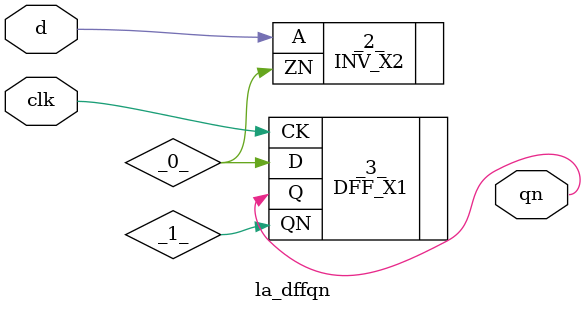
<source format=v>

/* Generated by Yosys 0.44 (git sha1 80ba43d26, g++ 11.4.0-1ubuntu1~22.04 -fPIC -O3) */

(* top =  1  *)
(* src = "generated" *)
module la_dffqn (
    d,
    clk,
    qn
);
  (* src = "generated" *)
  wire _0_;
  (* unused_bits = "0" *)
  wire _1_;
  (* src = "generated" *)
  input clk;
  wire clk;
  (* src = "generated" *)
  input d;
  wire d;
  (* src = "generated" *)
  output qn;
  wire qn;
  INV_X2 _2_ (
      .A (d),
      .ZN(_0_)
  );
  (* src = "generated" *)
  DFF_X1 _3_ (
      .CK(clk),
      .D (_0_),
      .Q (qn),
      .QN(_1_)
  );
endmodule

</source>
